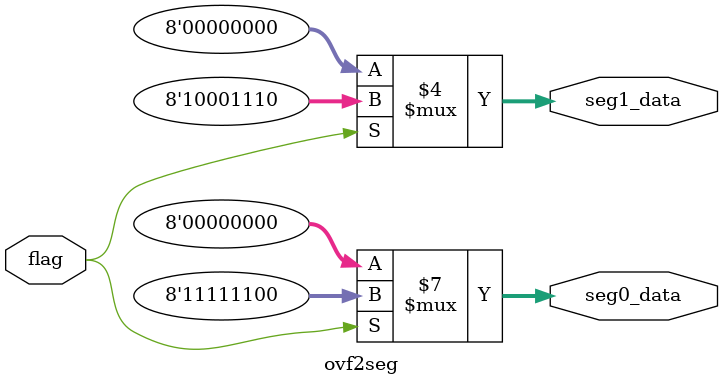
<source format=v>
`timescale 1ns / 1ps


module ovf2seg(
    input flag,
    output reg [7:0] seg0_data,
    output reg [7:0] seg1_data
    );
    
    always @(*) begin
        if (flag == 1'b1) begin
            seg0_data = 8'b11111100; // O
            seg1_data = 8'b10001110; // F
        end
        else begin
            seg0_data <= 8'b00000000;
            seg1_data <= 8'b00000000;
        end
    end
            
endmodule

</source>
